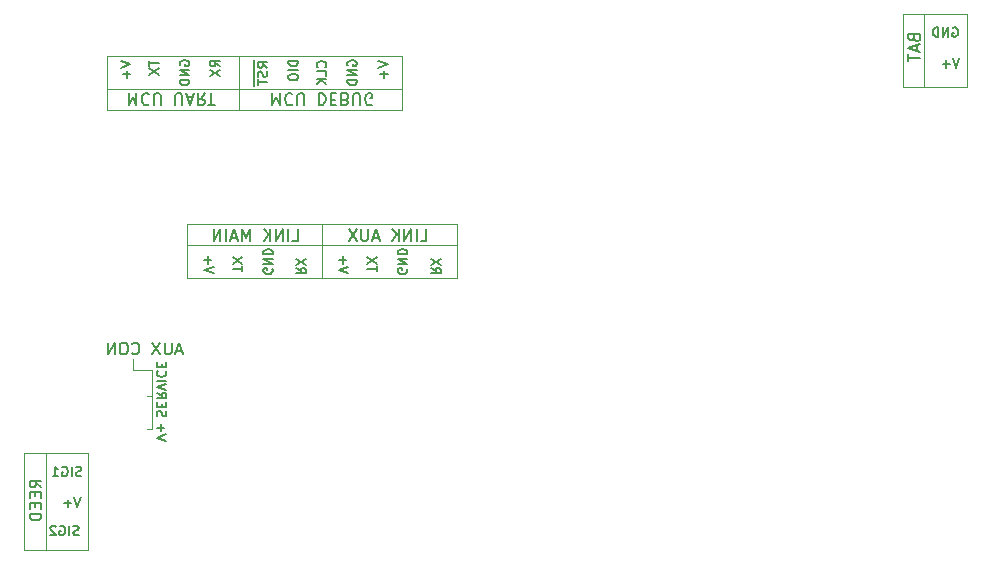
<source format=gbo>
G04 #@! TF.GenerationSoftware,KiCad,Pcbnew,(5.1.7)-1*
G04 #@! TF.CreationDate,2021-01-17T22:57:24+02:00*
G04 #@! TF.ProjectId,Smart104.ua_V3_rev2,536d6172-7431-4303-942e-75615f56335f,1.0*
G04 #@! TF.SameCoordinates,Original*
G04 #@! TF.FileFunction,Legend,Bot*
G04 #@! TF.FilePolarity,Positive*
%FSLAX46Y46*%
G04 Gerber Fmt 4.6, Leading zero omitted, Abs format (unit mm)*
G04 Created by KiCad (PCBNEW (5.1.7)-1) date 2021-01-17 22:57:24*
%MOMM*%
%LPD*%
G01*
G04 APERTURE LIST*
%ADD10C,0.120000*%
%ADD11C,0.200000*%
%ADD12C,0.150000*%
G04 APERTURE END LIST*
D10*
X112200000Y-126400000D02*
X111800000Y-126400000D01*
X112200000Y-129200000D02*
X111800000Y-129200000D01*
X112200000Y-124200000D02*
X112200000Y-129200000D01*
X110600000Y-124200000D02*
X112200000Y-124200000D01*
X110600000Y-123200000D02*
X110600000Y-124200000D01*
D11*
X113438095Y-130161904D02*
X112638095Y-129895238D01*
X113438095Y-129628571D01*
X112942857Y-129361904D02*
X112942857Y-128752380D01*
X112638095Y-129057142D02*
X113247619Y-129057142D01*
X114766666Y-122566666D02*
X114290476Y-122566666D01*
X114861904Y-122852380D02*
X114528571Y-121852380D01*
X114195238Y-122852380D01*
X113861904Y-121852380D02*
X113861904Y-122661904D01*
X113814285Y-122757142D01*
X113766666Y-122804761D01*
X113671428Y-122852380D01*
X113480952Y-122852380D01*
X113385714Y-122804761D01*
X113338095Y-122757142D01*
X113290476Y-122661904D01*
X113290476Y-121852380D01*
X112909523Y-121852380D02*
X112242857Y-122852380D01*
X112242857Y-121852380D02*
X112909523Y-122852380D01*
X110528571Y-122757142D02*
X110576190Y-122804761D01*
X110719047Y-122852380D01*
X110814285Y-122852380D01*
X110957142Y-122804761D01*
X111052380Y-122709523D01*
X111100000Y-122614285D01*
X111147619Y-122423809D01*
X111147619Y-122280952D01*
X111100000Y-122090476D01*
X111052380Y-121995238D01*
X110957142Y-121900000D01*
X110814285Y-121852380D01*
X110719047Y-121852380D01*
X110576190Y-121900000D01*
X110528571Y-121947619D01*
X109909523Y-121852380D02*
X109719047Y-121852380D01*
X109623809Y-121900000D01*
X109528571Y-121995238D01*
X109480952Y-122185714D01*
X109480952Y-122519047D01*
X109528571Y-122709523D01*
X109623809Y-122804761D01*
X109719047Y-122852380D01*
X109909523Y-122852380D01*
X110004761Y-122804761D01*
X110100000Y-122709523D01*
X110147619Y-122519047D01*
X110147619Y-122185714D01*
X110100000Y-121995238D01*
X110004761Y-121900000D01*
X109909523Y-121852380D01*
X109052380Y-122852380D02*
X109052380Y-121852380D01*
X108480952Y-122852380D01*
X108480952Y-121852380D01*
X112676190Y-128085714D02*
X112638095Y-127971428D01*
X112638095Y-127780952D01*
X112676190Y-127704761D01*
X112714285Y-127666666D01*
X112790476Y-127628571D01*
X112866666Y-127628571D01*
X112942857Y-127666666D01*
X112980952Y-127704761D01*
X113019047Y-127780952D01*
X113057142Y-127933333D01*
X113095238Y-128009523D01*
X113133333Y-128047619D01*
X113209523Y-128085714D01*
X113285714Y-128085714D01*
X113361904Y-128047619D01*
X113400000Y-128009523D01*
X113438095Y-127933333D01*
X113438095Y-127742857D01*
X113400000Y-127628571D01*
X113057142Y-127285714D02*
X113057142Y-127019047D01*
X112638095Y-126904761D02*
X112638095Y-127285714D01*
X113438095Y-127285714D01*
X113438095Y-126904761D01*
X112638095Y-126104761D02*
X113019047Y-126371428D01*
X112638095Y-126561904D02*
X113438095Y-126561904D01*
X113438095Y-126257142D01*
X113400000Y-126180952D01*
X113361904Y-126142857D01*
X113285714Y-126104761D01*
X113171428Y-126104761D01*
X113095238Y-126142857D01*
X113057142Y-126180952D01*
X113019047Y-126257142D01*
X113019047Y-126561904D01*
X113438095Y-125876190D02*
X112638095Y-125609523D01*
X113438095Y-125342857D01*
X112638095Y-125076190D02*
X113438095Y-125076190D01*
X112714285Y-124238095D02*
X112676190Y-124276190D01*
X112638095Y-124390476D01*
X112638095Y-124466666D01*
X112676190Y-124580952D01*
X112752380Y-124657142D01*
X112828571Y-124695238D01*
X112980952Y-124733333D01*
X113095238Y-124733333D01*
X113247619Y-124695238D01*
X113323809Y-124657142D01*
X113400000Y-124580952D01*
X113438095Y-124466666D01*
X113438095Y-124390476D01*
X113400000Y-124276190D01*
X113361904Y-124238095D01*
X113057142Y-123895238D02*
X113057142Y-123628571D01*
X112638095Y-123514285D02*
X112638095Y-123895238D01*
X113438095Y-123895238D01*
X113438095Y-123514285D01*
X180561904Y-97761904D02*
X180295238Y-98561904D01*
X180028571Y-97761904D01*
X179761904Y-98257142D02*
X179152380Y-98257142D01*
X179457142Y-98561904D02*
X179457142Y-97952380D01*
X176728571Y-96061904D02*
X176776190Y-96204761D01*
X176823809Y-96252380D01*
X176919047Y-96300000D01*
X177061904Y-96300000D01*
X177157142Y-96252380D01*
X177204761Y-96204761D01*
X177252380Y-96109523D01*
X177252380Y-95728571D01*
X176252380Y-95728571D01*
X176252380Y-96061904D01*
X176300000Y-96157142D01*
X176347619Y-96204761D01*
X176442857Y-96252380D01*
X176538095Y-96252380D01*
X176633333Y-96204761D01*
X176680952Y-96157142D01*
X176728571Y-96061904D01*
X176728571Y-95728571D01*
X176966666Y-96680952D02*
X176966666Y-97157142D01*
X177252380Y-96585714D02*
X176252380Y-96919047D01*
X177252380Y-97252380D01*
X176252380Y-97442857D02*
X176252380Y-98014285D01*
X177252380Y-97728571D02*
X176252380Y-97728571D01*
X180009523Y-95200000D02*
X180085714Y-95161904D01*
X180200000Y-95161904D01*
X180314285Y-95200000D01*
X180390476Y-95276190D01*
X180428571Y-95352380D01*
X180466666Y-95504761D01*
X180466666Y-95619047D01*
X180428571Y-95771428D01*
X180390476Y-95847619D01*
X180314285Y-95923809D01*
X180200000Y-95961904D01*
X180123809Y-95961904D01*
X180009523Y-95923809D01*
X179971428Y-95885714D01*
X179971428Y-95619047D01*
X180123809Y-95619047D01*
X179628571Y-95961904D02*
X179628571Y-95161904D01*
X179171428Y-95961904D01*
X179171428Y-95161904D01*
X178790476Y-95961904D02*
X178790476Y-95161904D01*
X178600000Y-95161904D01*
X178485714Y-95200000D01*
X178409523Y-95276190D01*
X178371428Y-95352380D01*
X178333333Y-95504761D01*
X178333333Y-95619047D01*
X178371428Y-95771428D01*
X178409523Y-95847619D01*
X178485714Y-95923809D01*
X178600000Y-95961904D01*
X178790476Y-95961904D01*
D10*
X175800000Y-100200000D02*
X175800000Y-94000000D01*
X175800000Y-94000000D02*
X181200000Y-94000000D01*
X181200000Y-100200000D02*
X181200000Y-94000000D01*
X175800000Y-100200000D02*
X181200000Y-100200000D01*
X177600000Y-94000000D02*
X177600000Y-100200000D01*
X103200000Y-131200000D02*
X103200000Y-139400000D01*
X106800000Y-139400000D02*
X106800000Y-131200000D01*
D11*
X106000000Y-138123809D02*
X105885714Y-138161904D01*
X105695238Y-138161904D01*
X105619047Y-138123809D01*
X105580952Y-138085714D01*
X105542857Y-138009523D01*
X105542857Y-137933333D01*
X105580952Y-137857142D01*
X105619047Y-137819047D01*
X105695238Y-137780952D01*
X105847619Y-137742857D01*
X105923809Y-137704761D01*
X105961904Y-137666666D01*
X106000000Y-137590476D01*
X106000000Y-137514285D01*
X105961904Y-137438095D01*
X105923809Y-137400000D01*
X105847619Y-137361904D01*
X105657142Y-137361904D01*
X105542857Y-137400000D01*
X105200000Y-138161904D02*
X105200000Y-137361904D01*
X104400000Y-137400000D02*
X104476190Y-137361904D01*
X104590476Y-137361904D01*
X104704761Y-137400000D01*
X104780952Y-137476190D01*
X104819047Y-137552380D01*
X104857142Y-137704761D01*
X104857142Y-137819047D01*
X104819047Y-137971428D01*
X104780952Y-138047619D01*
X104704761Y-138123809D01*
X104590476Y-138161904D01*
X104514285Y-138161904D01*
X104400000Y-138123809D01*
X104361904Y-138085714D01*
X104361904Y-137819047D01*
X104514285Y-137819047D01*
X104057142Y-137438095D02*
X104019047Y-137400000D01*
X103942857Y-137361904D01*
X103752380Y-137361904D01*
X103676190Y-137400000D01*
X103638095Y-137438095D01*
X103600000Y-137514285D01*
X103600000Y-137590476D01*
X103638095Y-137704761D01*
X104095238Y-138161904D01*
X103600000Y-138161904D01*
D12*
X135838095Y-115533333D02*
X136219047Y-115800000D01*
X135838095Y-115990476D02*
X136638095Y-115990476D01*
X136638095Y-115685714D01*
X136600000Y-115609523D01*
X136561904Y-115571428D01*
X136485714Y-115533333D01*
X136371428Y-115533333D01*
X136295238Y-115571428D01*
X136257142Y-115609523D01*
X136219047Y-115685714D01*
X136219047Y-115990476D01*
X136638095Y-115266666D02*
X135838095Y-114733333D01*
X136638095Y-114733333D02*
X135838095Y-115266666D01*
X133800000Y-115609523D02*
X133838095Y-115685714D01*
X133838095Y-115800000D01*
X133800000Y-115914285D01*
X133723809Y-115990476D01*
X133647619Y-116028571D01*
X133495238Y-116066666D01*
X133380952Y-116066666D01*
X133228571Y-116028571D01*
X133152380Y-115990476D01*
X133076190Y-115914285D01*
X133038095Y-115800000D01*
X133038095Y-115723809D01*
X133076190Y-115609523D01*
X133114285Y-115571428D01*
X133380952Y-115571428D01*
X133380952Y-115723809D01*
X133038095Y-115228571D02*
X133838095Y-115228571D01*
X133038095Y-114771428D01*
X133838095Y-114771428D01*
X133038095Y-114390476D02*
X133838095Y-114390476D01*
X133838095Y-114200000D01*
X133800000Y-114085714D01*
X133723809Y-114009523D01*
X133647619Y-113971428D01*
X133495238Y-113933333D01*
X133380952Y-113933333D01*
X133228571Y-113971428D01*
X133152380Y-114009523D01*
X133076190Y-114085714D01*
X133038095Y-114200000D01*
X133038095Y-114390476D01*
D11*
X131238095Y-115809523D02*
X131238095Y-115352380D01*
X130438095Y-115580952D02*
X131238095Y-115580952D01*
X131238095Y-115161904D02*
X130438095Y-114628571D01*
X131238095Y-114628571D02*
X130438095Y-115161904D01*
X128838095Y-115961904D02*
X128038095Y-115695238D01*
X128838095Y-115428571D01*
X128342857Y-115161904D02*
X128342857Y-114552380D01*
X128038095Y-114857142D02*
X128647619Y-114857142D01*
X134961904Y-113252380D02*
X135438095Y-113252380D01*
X135438095Y-112252380D01*
X134628571Y-113252380D02*
X134628571Y-112252380D01*
X134152380Y-113252380D02*
X134152380Y-112252380D01*
X133580952Y-113252380D01*
X133580952Y-112252380D01*
X133104761Y-113252380D02*
X133104761Y-112252380D01*
X132533333Y-113252380D02*
X132961904Y-112680952D01*
X132533333Y-112252380D02*
X133104761Y-112823809D01*
X131390476Y-112966666D02*
X130914285Y-112966666D01*
X131485714Y-113252380D02*
X131152380Y-112252380D01*
X130819047Y-113252380D01*
X130485714Y-112252380D02*
X130485714Y-113061904D01*
X130438095Y-113157142D01*
X130390476Y-113204761D01*
X130295238Y-113252380D01*
X130104761Y-113252380D01*
X130009523Y-113204761D01*
X129961904Y-113157142D01*
X129914285Y-113061904D01*
X129914285Y-112252380D01*
X129533333Y-112252380D02*
X128866666Y-113252380D01*
X128866666Y-112252380D02*
X129533333Y-113252380D01*
D10*
X126600000Y-111800000D02*
X126600000Y-116400000D01*
D11*
X102852380Y-134104761D02*
X102376190Y-133771428D01*
X102852380Y-133533333D02*
X101852380Y-133533333D01*
X101852380Y-133914285D01*
X101900000Y-134009523D01*
X101947619Y-134057142D01*
X102042857Y-134104761D01*
X102185714Y-134104761D01*
X102280952Y-134057142D01*
X102328571Y-134009523D01*
X102376190Y-133914285D01*
X102376190Y-133533333D01*
X102328571Y-134533333D02*
X102328571Y-134866666D01*
X102852380Y-135009523D02*
X102852380Y-134533333D01*
X101852380Y-134533333D01*
X101852380Y-135009523D01*
X102328571Y-135438095D02*
X102328571Y-135771428D01*
X102852380Y-135914285D02*
X102852380Y-135438095D01*
X101852380Y-135438095D01*
X101852380Y-135914285D01*
X102852380Y-136342857D02*
X101852380Y-136342857D01*
X101852380Y-136580952D01*
X101900000Y-136723809D01*
X101995238Y-136819047D01*
X102090476Y-136866666D01*
X102280952Y-136914285D01*
X102423809Y-136914285D01*
X102614285Y-136866666D01*
X102709523Y-136819047D01*
X102804761Y-136723809D01*
X102852380Y-136580952D01*
X102852380Y-136342857D01*
X106161904Y-134961904D02*
X105895238Y-135761904D01*
X105628571Y-134961904D01*
X105361904Y-135457142D02*
X104752380Y-135457142D01*
X105057142Y-135761904D02*
X105057142Y-135152380D01*
X106200000Y-133123809D02*
X106085714Y-133161904D01*
X105895238Y-133161904D01*
X105819047Y-133123809D01*
X105780952Y-133085714D01*
X105742857Y-133009523D01*
X105742857Y-132933333D01*
X105780952Y-132857142D01*
X105819047Y-132819047D01*
X105895238Y-132780952D01*
X106047619Y-132742857D01*
X106123809Y-132704761D01*
X106161904Y-132666666D01*
X106200000Y-132590476D01*
X106200000Y-132514285D01*
X106161904Y-132438095D01*
X106123809Y-132400000D01*
X106047619Y-132361904D01*
X105857142Y-132361904D01*
X105742857Y-132400000D01*
X105400000Y-133161904D02*
X105400000Y-132361904D01*
X104600000Y-132400000D02*
X104676190Y-132361904D01*
X104790476Y-132361904D01*
X104904761Y-132400000D01*
X104980952Y-132476190D01*
X105019047Y-132552380D01*
X105057142Y-132704761D01*
X105057142Y-132819047D01*
X105019047Y-132971428D01*
X104980952Y-133047619D01*
X104904761Y-133123809D01*
X104790476Y-133161904D01*
X104714285Y-133161904D01*
X104600000Y-133123809D01*
X104561904Y-133085714D01*
X104561904Y-132819047D01*
X104714285Y-132819047D01*
X103800000Y-133161904D02*
X104257142Y-133161904D01*
X104028571Y-133161904D02*
X104028571Y-132361904D01*
X104104761Y-132476190D01*
X104180952Y-132552380D01*
X104257142Y-132590476D01*
D10*
X101400000Y-139400000D02*
X101400000Y-131200000D01*
X101400000Y-131200000D02*
X106800000Y-131200000D01*
X101400000Y-139400000D02*
X106800000Y-139400000D01*
D11*
X124095238Y-113252380D02*
X124571428Y-113252380D01*
X124571428Y-112252380D01*
X123761904Y-113252380D02*
X123761904Y-112252380D01*
X123285714Y-113252380D02*
X123285714Y-112252380D01*
X122714285Y-113252380D01*
X122714285Y-112252380D01*
X122238095Y-113252380D02*
X122238095Y-112252380D01*
X121666666Y-113252380D02*
X122095238Y-112680952D01*
X121666666Y-112252380D02*
X122238095Y-112823809D01*
X120476190Y-113252380D02*
X120476190Y-112252380D01*
X120142857Y-112966666D01*
X119809523Y-112252380D01*
X119809523Y-113252380D01*
X119380952Y-112966666D02*
X118904761Y-112966666D01*
X119476190Y-113252380D02*
X119142857Y-112252380D01*
X118809523Y-113252380D01*
X118476190Y-113252380D02*
X118476190Y-112252380D01*
X118000000Y-113252380D02*
X118000000Y-112252380D01*
X117428571Y-113252380D01*
X117428571Y-112252380D01*
X117438095Y-115961904D02*
X116638095Y-115695238D01*
X117438095Y-115428571D01*
X116942857Y-115161904D02*
X116942857Y-114552380D01*
X116638095Y-114857142D02*
X117247619Y-114857142D01*
X119838095Y-115809523D02*
X119838095Y-115352380D01*
X119038095Y-115580952D02*
X119838095Y-115580952D01*
X119838095Y-115161904D02*
X119038095Y-114628571D01*
X119838095Y-114628571D02*
X119038095Y-115161904D01*
D12*
X122400000Y-115609523D02*
X122438095Y-115685714D01*
X122438095Y-115800000D01*
X122400000Y-115914285D01*
X122323809Y-115990476D01*
X122247619Y-116028571D01*
X122095238Y-116066666D01*
X121980952Y-116066666D01*
X121828571Y-116028571D01*
X121752380Y-115990476D01*
X121676190Y-115914285D01*
X121638095Y-115800000D01*
X121638095Y-115723809D01*
X121676190Y-115609523D01*
X121714285Y-115571428D01*
X121980952Y-115571428D01*
X121980952Y-115723809D01*
X121638095Y-115228571D02*
X122438095Y-115228571D01*
X121638095Y-114771428D01*
X122438095Y-114771428D01*
X121638095Y-114390476D02*
X122438095Y-114390476D01*
X122438095Y-114200000D01*
X122400000Y-114085714D01*
X122323809Y-114009523D01*
X122247619Y-113971428D01*
X122095238Y-113933333D01*
X121980952Y-113933333D01*
X121828571Y-113971428D01*
X121752380Y-114009523D01*
X121676190Y-114085714D01*
X121638095Y-114200000D01*
X121638095Y-114390476D01*
X124438095Y-115533333D02*
X124819047Y-115800000D01*
X124438095Y-115990476D02*
X125238095Y-115990476D01*
X125238095Y-115685714D01*
X125200000Y-115609523D01*
X125161904Y-115571428D01*
X125085714Y-115533333D01*
X124971428Y-115533333D01*
X124895238Y-115571428D01*
X124857142Y-115609523D01*
X124819047Y-115685714D01*
X124819047Y-115990476D01*
X125238095Y-115266666D02*
X124438095Y-114733333D01*
X125238095Y-114733333D02*
X124438095Y-115266666D01*
D10*
X138000000Y-113600000D02*
X115200000Y-113600000D01*
X115200000Y-111800000D02*
X138000000Y-111800000D01*
X138000000Y-111800000D02*
X138000000Y-116400000D01*
X115200000Y-111800000D02*
X115200000Y-111800000D01*
X115200000Y-111800000D02*
X115200000Y-116400000D01*
X115200000Y-116400000D02*
X138000000Y-116400000D01*
X133400000Y-97600000D02*
X108400000Y-97600000D01*
D12*
X114600000Y-98390476D02*
X114561904Y-98314285D01*
X114561904Y-98200000D01*
X114600000Y-98085714D01*
X114676190Y-98009523D01*
X114752380Y-97971428D01*
X114904761Y-97933333D01*
X115019047Y-97933333D01*
X115171428Y-97971428D01*
X115247619Y-98009523D01*
X115323809Y-98085714D01*
X115361904Y-98200000D01*
X115361904Y-98276190D01*
X115323809Y-98390476D01*
X115285714Y-98428571D01*
X115019047Y-98428571D01*
X115019047Y-98276190D01*
X115361904Y-98771428D02*
X114561904Y-98771428D01*
X115361904Y-99228571D01*
X114561904Y-99228571D01*
X115361904Y-99609523D02*
X114561904Y-99609523D01*
X114561904Y-99800000D01*
X114600000Y-99914285D01*
X114676190Y-99990476D01*
X114752380Y-100028571D01*
X114904761Y-100066666D01*
X115019047Y-100066666D01*
X115171428Y-100028571D01*
X115247619Y-99990476D01*
X115323809Y-99914285D01*
X115361904Y-99800000D01*
X115361904Y-99609523D01*
D10*
X108400000Y-102200000D02*
X108400000Y-97600000D01*
X119600000Y-102200000D02*
X108400000Y-102200000D01*
X108400000Y-100400000D02*
X133400000Y-100400000D01*
X119600000Y-102200000D02*
X119600000Y-97600000D01*
X133400000Y-102200000D02*
X119600000Y-102200000D01*
X133400000Y-97600000D02*
X133400000Y-102200000D01*
D11*
X122385714Y-100747619D02*
X122385714Y-101747619D01*
X122719047Y-101033333D01*
X123052380Y-101747619D01*
X123052380Y-100747619D01*
X124100000Y-100842857D02*
X124052380Y-100795238D01*
X123909523Y-100747619D01*
X123814285Y-100747619D01*
X123671428Y-100795238D01*
X123576190Y-100890476D01*
X123528571Y-100985714D01*
X123480952Y-101176190D01*
X123480952Y-101319047D01*
X123528571Y-101509523D01*
X123576190Y-101604761D01*
X123671428Y-101700000D01*
X123814285Y-101747619D01*
X123909523Y-101747619D01*
X124052380Y-101700000D01*
X124100000Y-101652380D01*
X124528571Y-101747619D02*
X124528571Y-100938095D01*
X124576190Y-100842857D01*
X124623809Y-100795238D01*
X124719047Y-100747619D01*
X124909523Y-100747619D01*
X125004761Y-100795238D01*
X125052380Y-100842857D01*
X125100000Y-100938095D01*
X125100000Y-101747619D01*
X126338095Y-100747619D02*
X126338095Y-101747619D01*
X126576190Y-101747619D01*
X126719047Y-101700000D01*
X126814285Y-101604761D01*
X126861904Y-101509523D01*
X126909523Y-101319047D01*
X126909523Y-101176190D01*
X126861904Y-100985714D01*
X126814285Y-100890476D01*
X126719047Y-100795238D01*
X126576190Y-100747619D01*
X126338095Y-100747619D01*
X127338095Y-101271428D02*
X127671428Y-101271428D01*
X127814285Y-100747619D02*
X127338095Y-100747619D01*
X127338095Y-101747619D01*
X127814285Y-101747619D01*
X128576190Y-101271428D02*
X128719047Y-101223809D01*
X128766666Y-101176190D01*
X128814285Y-101080952D01*
X128814285Y-100938095D01*
X128766666Y-100842857D01*
X128719047Y-100795238D01*
X128623809Y-100747619D01*
X128242857Y-100747619D01*
X128242857Y-101747619D01*
X128576190Y-101747619D01*
X128671428Y-101700000D01*
X128719047Y-101652380D01*
X128766666Y-101557142D01*
X128766666Y-101461904D01*
X128719047Y-101366666D01*
X128671428Y-101319047D01*
X128576190Y-101271428D01*
X128242857Y-101271428D01*
X129242857Y-101747619D02*
X129242857Y-100938095D01*
X129290476Y-100842857D01*
X129338095Y-100795238D01*
X129433333Y-100747619D01*
X129623809Y-100747619D01*
X129719047Y-100795238D01*
X129766666Y-100842857D01*
X129814285Y-100938095D01*
X129814285Y-101747619D01*
X130814285Y-101700000D02*
X130719047Y-101747619D01*
X130576190Y-101747619D01*
X130433333Y-101700000D01*
X130338095Y-101604761D01*
X130290476Y-101509523D01*
X130242857Y-101319047D01*
X130242857Y-101176190D01*
X130290476Y-100985714D01*
X130338095Y-100890476D01*
X130433333Y-100795238D01*
X130576190Y-100747619D01*
X130671428Y-100747619D01*
X130814285Y-100795238D01*
X130861904Y-100842857D01*
X130861904Y-101176190D01*
X130671428Y-101176190D01*
D12*
X120829000Y-97914285D02*
X120829000Y-98714285D01*
X121961904Y-98561904D02*
X121580952Y-98295238D01*
X121961904Y-98104761D02*
X121161904Y-98104761D01*
X121161904Y-98409523D01*
X121200000Y-98485714D01*
X121238095Y-98523809D01*
X121314285Y-98561904D01*
X121428571Y-98561904D01*
X121504761Y-98523809D01*
X121542857Y-98485714D01*
X121580952Y-98409523D01*
X121580952Y-98104761D01*
X120829000Y-98714285D02*
X120829000Y-99476190D01*
X121923809Y-98866666D02*
X121961904Y-98980952D01*
X121961904Y-99171428D01*
X121923809Y-99247619D01*
X121885714Y-99285714D01*
X121809523Y-99323809D01*
X121733333Y-99323809D01*
X121657142Y-99285714D01*
X121619047Y-99247619D01*
X121580952Y-99171428D01*
X121542857Y-99019047D01*
X121504761Y-98942857D01*
X121466666Y-98904761D01*
X121390476Y-98866666D01*
X121314285Y-98866666D01*
X121238095Y-98904761D01*
X121200000Y-98942857D01*
X121161904Y-99019047D01*
X121161904Y-99209523D01*
X121200000Y-99323809D01*
X120829000Y-99476190D02*
X120829000Y-100085714D01*
X121161904Y-99552380D02*
X121161904Y-100009523D01*
X121961904Y-99780952D02*
X121161904Y-99780952D01*
X124561904Y-97980952D02*
X123761904Y-97980952D01*
X123761904Y-98171428D01*
X123800000Y-98285714D01*
X123876190Y-98361904D01*
X123952380Y-98400000D01*
X124104761Y-98438095D01*
X124219047Y-98438095D01*
X124371428Y-98400000D01*
X124447619Y-98361904D01*
X124523809Y-98285714D01*
X124561904Y-98171428D01*
X124561904Y-97980952D01*
X124561904Y-98780952D02*
X123761904Y-98780952D01*
X123761904Y-99314285D02*
X123761904Y-99466666D01*
X123800000Y-99542857D01*
X123876190Y-99619047D01*
X124028571Y-99657142D01*
X124295238Y-99657142D01*
X124447619Y-99619047D01*
X124523809Y-99542857D01*
X124561904Y-99466666D01*
X124561904Y-99314285D01*
X124523809Y-99238095D01*
X124447619Y-99161904D01*
X124295238Y-99123809D01*
X124028571Y-99123809D01*
X123876190Y-99161904D01*
X123800000Y-99238095D01*
X123761904Y-99314285D01*
X126885714Y-98523809D02*
X126923809Y-98485714D01*
X126961904Y-98371428D01*
X126961904Y-98295238D01*
X126923809Y-98180952D01*
X126847619Y-98104761D01*
X126771428Y-98066666D01*
X126619047Y-98028571D01*
X126504761Y-98028571D01*
X126352380Y-98066666D01*
X126276190Y-98104761D01*
X126200000Y-98180952D01*
X126161904Y-98295238D01*
X126161904Y-98371428D01*
X126200000Y-98485714D01*
X126238095Y-98523809D01*
X126961904Y-99247619D02*
X126961904Y-98866666D01*
X126161904Y-98866666D01*
X126961904Y-99514285D02*
X126161904Y-99514285D01*
X126961904Y-99971428D02*
X126504761Y-99628571D01*
X126161904Y-99971428D02*
X126619047Y-99514285D01*
X128800000Y-98390476D02*
X128761904Y-98314285D01*
X128761904Y-98200000D01*
X128800000Y-98085714D01*
X128876190Y-98009523D01*
X128952380Y-97971428D01*
X129104761Y-97933333D01*
X129219047Y-97933333D01*
X129371428Y-97971428D01*
X129447619Y-98009523D01*
X129523809Y-98085714D01*
X129561904Y-98200000D01*
X129561904Y-98276190D01*
X129523809Y-98390476D01*
X129485714Y-98428571D01*
X129219047Y-98428571D01*
X129219047Y-98276190D01*
X129561904Y-98771428D02*
X128761904Y-98771428D01*
X129561904Y-99228571D01*
X128761904Y-99228571D01*
X129561904Y-99609523D02*
X128761904Y-99609523D01*
X128761904Y-99800000D01*
X128800000Y-99914285D01*
X128876190Y-99990476D01*
X128952380Y-100028571D01*
X129104761Y-100066666D01*
X129219047Y-100066666D01*
X129371428Y-100028571D01*
X129447619Y-99990476D01*
X129523809Y-99914285D01*
X129561904Y-99800000D01*
X129561904Y-99609523D01*
X131361904Y-98038095D02*
X132161904Y-98304761D01*
X131361904Y-98571428D01*
X131857142Y-98838095D02*
X131857142Y-99447619D01*
X132161904Y-99142857D02*
X131552380Y-99142857D01*
D11*
X110228571Y-100747619D02*
X110228571Y-101747619D01*
X110561904Y-101033333D01*
X110895238Y-101747619D01*
X110895238Y-100747619D01*
X111942857Y-100842857D02*
X111895238Y-100795238D01*
X111752380Y-100747619D01*
X111657142Y-100747619D01*
X111514285Y-100795238D01*
X111419047Y-100890476D01*
X111371428Y-100985714D01*
X111323809Y-101176190D01*
X111323809Y-101319047D01*
X111371428Y-101509523D01*
X111419047Y-101604761D01*
X111514285Y-101700000D01*
X111657142Y-101747619D01*
X111752380Y-101747619D01*
X111895238Y-101700000D01*
X111942857Y-101652380D01*
X112371428Y-101747619D02*
X112371428Y-100938095D01*
X112419047Y-100842857D01*
X112466666Y-100795238D01*
X112561904Y-100747619D01*
X112752380Y-100747619D01*
X112847619Y-100795238D01*
X112895238Y-100842857D01*
X112942857Y-100938095D01*
X112942857Y-101747619D01*
X114180952Y-101747619D02*
X114180952Y-100938095D01*
X114228571Y-100842857D01*
X114276190Y-100795238D01*
X114371428Y-100747619D01*
X114561904Y-100747619D01*
X114657142Y-100795238D01*
X114704761Y-100842857D01*
X114752380Y-100938095D01*
X114752380Y-101747619D01*
X115180952Y-101033333D02*
X115657142Y-101033333D01*
X115085714Y-100747619D02*
X115419047Y-101747619D01*
X115752380Y-100747619D01*
X116657142Y-100747619D02*
X116323809Y-101223809D01*
X116085714Y-100747619D02*
X116085714Y-101747619D01*
X116466666Y-101747619D01*
X116561904Y-101700000D01*
X116609523Y-101652380D01*
X116657142Y-101557142D01*
X116657142Y-101414285D01*
X116609523Y-101319047D01*
X116561904Y-101271428D01*
X116466666Y-101223809D01*
X116085714Y-101223809D01*
X116942857Y-101747619D02*
X117514285Y-101747619D01*
X117228571Y-100747619D02*
X117228571Y-101747619D01*
X109561904Y-98038095D02*
X110361904Y-98304761D01*
X109561904Y-98571428D01*
X110057142Y-98838095D02*
X110057142Y-99447619D01*
X110361904Y-99142857D02*
X109752380Y-99142857D01*
X111961904Y-97990476D02*
X111961904Y-98447619D01*
X112761904Y-98219047D02*
X111961904Y-98219047D01*
X111961904Y-98638095D02*
X112761904Y-99171428D01*
X111961904Y-99171428D02*
X112761904Y-98638095D01*
D12*
X117961904Y-98466666D02*
X117580952Y-98200000D01*
X117961904Y-98009523D02*
X117161904Y-98009523D01*
X117161904Y-98314285D01*
X117200000Y-98390476D01*
X117238095Y-98428571D01*
X117314285Y-98466666D01*
X117428571Y-98466666D01*
X117504761Y-98428571D01*
X117542857Y-98390476D01*
X117580952Y-98314285D01*
X117580952Y-98009523D01*
X117161904Y-98733333D02*
X117961904Y-99266666D01*
X117161904Y-99266666D02*
X117961904Y-98733333D01*
M02*

</source>
